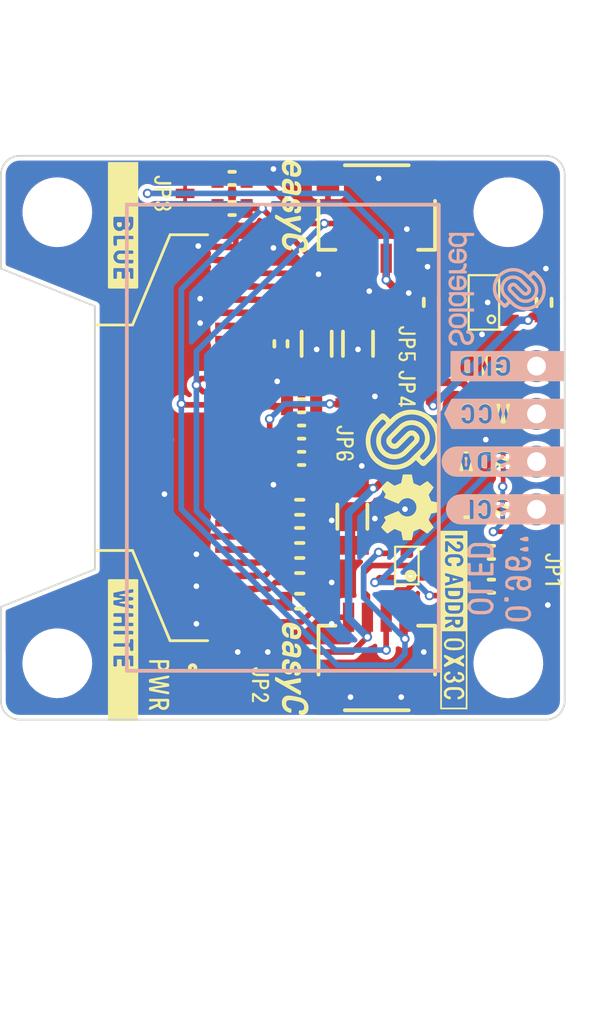
<source format=kicad_pcb>
(kicad_pcb (version 20210623) (generator pcbnew)
  (title_block (title "OLED 0.96\"") (date "2021-09-09") (rev "V1.1.1.") (company "SOLDERED") (comment 1 "333100"))
  (layers (0 "F.Cu" signal) (31 "B.Cu" signal) (34 "B.Paste" user) (35 "F.Paste" user) (36 "B.SilkS" user "B.Silkscreen") (37 "F.SilkS" user "F.Silkscreen") (38 "B.Mask" user) (39 "F.Mask" user) (44 "Edge.Cuts" user))
  (net 0 "")
  (net 1 "GND")
  (net 2 "Net-(C1-Pad2)")
  (net 3 "3V3")
  (net 4 "Net-(C5-Pad1)")
  (net 5 "Net-(C5-Pad2)")
  (net 6 "Net-(C7-Pad1)")
  (net 7 "Net-(C8-Pad1)")
  (net 8 "Net-(C8-Pad2)")
  (net 9 "Net-(C9-Pad1)")
  (net 10 "Net-(D1-Pad1)")
  (net 11 "SCL_PULL5")
  (net 12 "VCC")
  (net 13 "SDA_PULL5")
  (net 14 "Net-(JP2-Pad2)")
  (net 15 "SCL_PULL3,3")
  (net 16 "SDA_PULL3,3")
  (net 17 "Net-(U3-Pad15)")
  (net 18 "SCL3,3")
  (net 19 "SDA3,3")
  (net 20 "SDA5")
  (net 21 "SCL5")
  (net 22 "CS")
  (net 23 "RST")
  (net 24 "Net-(R9-Pad1)")
  (footprint "buzzardLabel" (layer "F.Cu") (at 136.3 103.7 -90)
    (fp_text reference "" (at 0 0 90) (layer "F.SilkS") (effects (font (size 1.27 1.27))))
    (fp_text value "" (at 0 0 90) (layer "F.SilkS") (effects (font (size 1.27 1.27))))
  )
  (footprint "e-radionica.com footprinti:HOLE_3.2mm" (layer "F.Cu") (at 154.7 128.7 -90)
    (fp_text reference "H1" hide)
    (fp_text value "HOLE_3.2mm" hide)
    (pad "" np_thru_hole circle locked (at 0 0 270) (size 3.2 3.2) (drill 3.2) (layers F&B.Cu *.Mask))
  )
  (footprint "buzzardLabel" (layer "F.Cu") (at 136.1 129.85 -90)
    (fp_text reference "" (at 0 0 90) (layer "F.SilkS") (effects (font (size 1.27 1.27))))
    (fp_text value "" (at 0 0 90) (layer "F.SilkS") (effects (font (size 1.27 1.27))))
  )
  (footprint "e-radionica.com footprinti:HOLE_3.2mm" (layer "F.Cu") (at 130.7 104.7 -90)
    (fp_text reference "H2" hide)
    (fp_text value "HOLE_3.2mm" hide)
    (pad "" np_thru_hole circle locked (at 0 0 270) (size 3.2 3.2) (drill 3.2) (layers F&B.Cu *.Mask))
  )
  (footprint "e-radionica.com footprinti:0603R" (layer "F.Cu") (at 153.8 124.6)
    (fp_text reference "R3")
    (fp_text value "10k")
    (pad "1" smd rect locked (at -0.775 0 90) (size 1 0.64) (layers "F.Cu" "F.Paste" "F.Mask") (net 20 "SDA5"))
    (pad "2" smd rect locked (at 0.775 0 90) (size 1 0.64) (layers "F.Cu" "F.Paste" "F.Mask") (net 13 "SDA_PULL5"))
  )
  (footprint "e-radionica.com footprinti:SMD_JUMPER" (layer "F.Cu") (at 146 115.2 -90)
    (fp_text reference "JP6")
    (fp_text value "SMD_JUMPER")
    (pad "1" smd rect (at -0.35 0 270) (size 0.5 1) (layers "F.Cu" "F.Mask") (net 17 "Net-(U3-Pad15)"))
    (pad "2" smd rect (at 0.35 0 270) (size 0.5 1) (layers "F.Cu" "F.Mask") (net 3 "3V3"))
  )
  (footprint "e-radionica.com footprinti:1206C" (layer "F.Cu") (at 144.5 111.7 -90)
    (fp_text reference "C7")
    (fp_text value "10u")
    (pad "1" smd rect locked (at -1.525 0) (size 1.75 1) (layers "F.Cu" "F.Paste" "F.Mask") (net 6 "Net-(C7-Pad1)"))
    (pad "2" smd rect locked (at 1.525 0) (size 1.75 1) (layers "F.Cu" "F.Paste" "F.Mask") (net 1 "GND"))
  )
  (footprint "e-radionica.com footprinti:0402R" (layer "F.Cu") (at 138.6 129.85 -90)
    (fp_text reference "R5")
    (fp_text value "2k2")
    (pad "1" smd rect locked (at -0.5 0) (size 0.64 0.54) (layers "F.Cu" "F.Paste" "F.Mask") (net 14 "Net-(JP2-Pad2)"))
    (pad "2" smd rect locked (at 0.5 0) (size 0.64 0.54) (layers "F.Cu" "F.Paste" "F.Mask") (net 10 "Net-(D1-Pad1)"))
  )
  (footprint "e-radionica.com footprinti:0603R" (layer "F.Cu") (at 142.6 111.7 -90)
    (fp_text reference "R9")
    (fp_text value "390k")
    (pad "1" smd rect locked (at -0.775 0) (size 1 0.64) (layers "F.Cu" "F.Paste" "F.Mask") (net 24 "Net-(R9-Pad1)"))
    (pad "2" smd rect locked (at 0.775 0) (size 1 0.64) (layers "F.Cu" "F.Paste" "F.Mask") (net 1 "GND"))
  )
  (footprint "e-radionica.com footprinti:FIDUCIAL_23" (layer "F.Cu") (at 135.3 116.8 -90)
    (fp_text reference "FD1")
    (fp_text value "FIDUCIAL")
    (fp_circle (center 0 0) (end 1 0) (layer "F.Cu") (width 0.2) (fill none))
    (pad "1" smd circle (at 0 0 270) (size 1 1) (layers "F.Cu" "F.Paste" "F.Mask") (clearance 1.1))
  )
  (footprint "e-radionica.com footprinti:HEADER_MALE_4X1" (layer "F.Cu") (at 156.2 116.7 -90)
    (fp_text reference "K3")
    (fp_text value "HEADER_MALE_4X1")
    (pad "1" thru_hole circle locked (at -3.81 0 270) (size 1.7 1.7) (drill 1) (layers *.Cu *.Mask) (net 1 "GND"))
    (pad "2" thru_hole circle locked (at -1.27 0 270) (size 1.7 1.7) (drill 1) (layers *.Cu *.Mask) (net 12 "VCC"))
    (pad "3" thru_hole circle locked (at 1.27 0 270) (size 1.7 1.7) (drill 1) (layers *.Cu *.Mask) (net 20 "SDA5"))
    (pad "4" thru_hole circle locked (at 3.81 0 270) (size 1.7 1.7) (drill 1) (layers *.Cu *.Mask) (net 21 "SCL5"))
  )
  (footprint "e-radionica.com footprinti:0402LED" (layer "F.Cu") (at 137.3 129.85 90)
    (fp_text reference "D1")
    (fp_text value "purple")
    (pad "1" smd rect locked (at -0.55 0 180) (size 0.75 0.45) (layers "F.Cu" "F.Paste" "F.Mask") (net 10 "Net-(D1-Pad1)"))
    (pad "2" smd rect locked (at 0.55 0 180) (size 0.75 0.45) (layers "F.Cu" "F.Paste" "F.Mask") (net 1 "GND"))
  )
  (footprint "e-radionica.com footprinti:0603R" (layer "F.Cu") (at 143.7 116.4)
    (fp_text reference "R7")
    (fp_text value "10k")
    (pad "1" smd rect locked (at -0.775 0 90) (size 1 0.64) (layers "F.Cu" "F.Paste" "F.Mask") (net 23 "RST"))
    (pad "2" smd rect locked (at 0.775 0 90) (size 1 0.64) (layers "F.Cu" "F.Paste" "F.Mask") (net 3 "3V3"))
  )
  (footprint "e-radionica.com footprinti:1206C" (layer "F.Cu") (at 146.4 120.9 -90)
    (fp_text reference "C3")
    (fp_text value "10u")
    (pad "1" smd rect locked (at -1.525 0) (size 1.75 1) (layers "F.Cu" "F.Paste" "F.Mask") (net 3 "3V3"))
    (pad "2" smd rect locked (at 1.525 0) (size 1.75 1) (layers "F.Cu" "F.Paste" "F.Mask") (net 1 "GND"))
  )
  (footprint "e-radionica.com footprinti:0603R" (layer "F.Cu") (at 143.7 115)
    (fp_text reference "R8")
    (fp_text value "10k")
    (pad "1" smd rect locked (at -0.775 0 90) (size 1 0.64) (layers "F.Cu" "F.Paste" "F.Mask") (net 1 "GND"))
    (pad "2" smd rect locked (at 0.775 0 90) (size 1 0.64) (layers "F.Cu" "F.Paste" "F.Mask") (net 17 "Net-(U3-Pad15)"))
  )
  (footprint "buzzardLabel" (layer "F.Cu") (at 158.1 115.43 180)
    (fp_text reference "" (at 0 0) (layer "F.SilkS") (effects (font (size 1.27 1.27))))
    (fp_text value "" (at 0 0) (layer "F.SilkS") (effects (font (size 1.27 1.27))))
  )
  (footprint "e-radionica.com footprinti:0603C" (layer "F.Cu") (at 156.6 109.5 -90)
    (fp_text reference "C1")
    (fp_text value "2u2")
    (pad "1" smd rect locked (at -0.73 0 270) (size 0.66 1) (layers "F.Cu" "F.Paste" "F.Mask") (net 1 "GND"))
    (pad "2" smd rect locked (at 0.73 0 270) (size 0.66 1) (layers "F.Cu" "F.Paste" "F.Mask") (net 2 "Net-(C1-Pad2)"))
  )
  (footprint "Soldered Graphics:Logo-Front-easyC-5mm" (layer "F.Cu") (at 143.2 129 -90)
    (fp_text reference "G***" hide)
    (fp_text value "LOGO" hide)
  )
  (footprint "e-radionica.com footprinti:0603R" (layer "F.Cu") (at 143.7 117.8)
    (fp_text reference "R6")
    (fp_text value "10k")
    (pad "1" smd rect locked (at -0.775 0 90) (size 1 0.64) (layers "F.Cu" "F.Paste" "F.Mask") (net 22 "CS"))
    (pad "2" smd rect locked (at 0.775 0 90) (size 1 0.64) (layers "F.Cu" "F.Paste" "F.Mask") (net 3 "3V3"))
  )
  (footprint "e-radionica.com footprinti:SOT-363" (layer "F.Cu") (at 149.3 123.5 180)
    (fp_text reference "U1")
    (fp_text value "NMOS-DUAL")
    (pad "1" smd rect (at -0.92 -0.65 270) (size 0.3 0.66) (layers "F.Cu" "F.Paste" "F.Mask") (net 19 "SDA3,3"))
    (pad "2" smd rect (at -0.92 0 270) (size 0.3 0.66) (layers "F.Cu" "F.Paste" "F.Mask") (net 3 "3V3"))
    (pad "3" smd rect (at -0.92 0.65 270) (size 0.3 0.66) (layers "F.Cu" "F.Paste" "F.Mask") (net 21 "SCL5"))
    (pad "4" smd rect (at 0.92 0.65 270) (size 0.3 0.66) (layers "F.Cu" "F.Paste" "F.Mask") (net 18 "SCL3,3"))
    (pad "5" smd rect (at 0.92 0 270) (size 0.3 0.66) (layers "F.Cu" "F.Paste" "F.Mask") (net 3 "3V3"))
    (pad "6" smd rect (at 0.92 -0.65 270) (size 0.3 0.66) (layers "F.Cu" "F.Paste" "F.Mask") (net 20 "SDA5"))
  )
  (footprint "e-radionica.com footprinti:SMD_JUMPER_3_PAD_TRACE" (layer "F.Cu") (at 155.9 123.7 -90)
    (fp_text reference "JP1")
    (fp_text value "SMD_JUMPER_3_PAD_TRACE")
    (fp_poly (pts (xy -0.25 0.05) (xy -0.45 0.05) (xy -0.45 -0.05) (xy -0.25 -0.05)) (layer "F.Cu") (width 0.1) (fill solid))
    (fp_poly (pts (xy 0.45 0.05) (xy 0.25 0.05) (xy 0.25 -0.05) (xy 0.45 -0.05)) (layer "F.Cu") (width 0.1) (fill solid))
    (pad "1" smd rect (at -0.7 0 90) (size 0.5 1) (layers "F.Cu" "F.Mask") (net 11 "SCL_PULL5"))
    (pad "2" smd custom (at 0 0 90) (size 0.5 1) (layers "F.Cu" "F.Mask") (net 12 "VCC") (options (clearance outline) (anchor rect)) (primitives))
    (pad "3" smd rect (at 0.7 0 90) (size 0.5 1) (layers "F.Cu" "F.Mask") (net 13 "SDA_PULL5"))
  )
  (footprint "Soldered Graphics:Symbol-Front-I2C-ADDR-Field" (layer "F.Cu") (at 151.8 126.4 -90)
    (fp_text reference "REF**" hide)
    (fp_text value "Symbol-Front-I2C-ADDR-Field" hide)
  )
  (footprint "e-radionica.com footprinti:0603C" (layer "F.Cu") (at 143.6 125.4)
    (fp_text reference "C8")
    (fp_text value "2u2")
    (pad "1" smd rect locked (at -0.73 0) (size 0.66 1) (layers "F.Cu" "F.Paste" "F.Mask") (net 7 "Net-(C8-Pad1)"))
    (pad "2" smd rect locked (at 0.73 0) (size 0.66 1) (layers "F.Cu" "F.Paste" "F.Mask") (net 8 "Net-(C8-Pad2)"))
  )
  (footprint "buzzardLabel" (layer "F.Cu") (at 158.1 120.51 180)
    (fp_text reference "" (at 0 0) (layer "F.SilkS") (effects (font (size 1.27 1.27))))
    (fp_text value "" (at 0 0) (layer "F.SilkS") (effects (font (size 1.27 1.27))))
  )
  (footprint "e-radionica.com footprinti:SMD_JUMPER" (layer "F.Cu") (at 150.5 111.7 90)
    (fp_text reference "JP5")
    (fp_text value "SMD_JUMPER")
    (pad "1" smd rect (at -0.35 0 90) (size 0.5 1) (layers "F.Cu" "F.Mask") (net 12 "VCC"))
    (pad "2" smd rect (at 0.35 0 90) (size 0.5 1) (layers "F.Cu" "F.Mask") (net 3 "3V3"))
  )
  (footprint "Soldered Graphics:Logo-Front-easyC-5mm" (layer "F.Cu") (at 143.2 104.4 -90)
    (fp_text reference "G***" hide)
    (fp_text value "LOGO" hide)
  )
  (footprint "e-radionica.com footprinti:easyC-connector" (layer "F.Cu") (at 147.7 105)
    (fp_text reference "K2")
    (fp_text value "easyC-SMD")
    (pad "1" smd rect locked (at -1.5 2.15) (size 0.6 1.55) (layers "F.Cu" "F.Paste" "F.Mask") (net 18 "SCL3,3"))
    (pad "2" smd rect locked (at -0.5 2.15) (size 0.6 1.55) (layers "F.Cu" "F.Paste" "F.Mask") (net 19 "SDA3,3"))
    (pad "3" smd rect locked (at 0.5 2.15) (size 0.6 1.55) (layers "F.Cu" "F.Paste" "F.Mask") (net 3 "3V3"))
    (pad "4" smd rect locked (at 1.5 2.15) (size 0.6 1.55) (layers "F.Cu" "F.Paste" "F.Mask") (net 1 "GND"))
    (pad "5" smd rect locked (at 2.6 -2.15) (size 1.2 1.8) (layers "F.Cu" "F.Paste" "F.Mask") (net 1 "GND"))
    (pad "5" smd rect locked (at -2.6 -2.15) (size 1.2 1.8) (layers "F.Cu" "F.Paste" "F.Mask") (net 1 "GND"))
  )
  (footprint "e-radionica.com footprinti:SMD-JUMPER-CONNECTED_TRACE_SLODERMASK" (layer "F.Cu") (at 150.5 114.1 90)
    (fp_text reference "JP4")
    (fp_text value "SMD-JUMPER-CONNECTED_TRACE_SLODERMASK")
    (fp_poly (pts (xy 0.1 0.1) (xy -0.1 0.1) (xy -0.1 -0.1) (xy 0.1 -0.1)) (layer "F.Cu") (width 0.1) (fill solid))
    (pad "1" smd rect (at -0.35 0 90) (size 0.5 1) (layers "F.Cu" "F.Mask") (net 2 "Net-(C1-Pad2)"))
    (pad "2" smd rect (at 0.35 0 90) (size 0.5 1) (layers "F.Cu" "F.Mask") (net 12 "VCC"))
  )
  (footprint "e-radionica.com footprinti:0603R" (layer "F.Cu") (at 140 102.9)
    (fp_text reference "R1")
    (fp_text value "10k")
    (pad "1" smd rect locked (at -0.775 0 90) (size 1 0.64) (layers "F.Cu" "F.Paste" "F.Mask") (net 16 "SDA_PULL3,3"))
    (pad "2" smd rect locked (at 0.775 0 90) (size 1 0.64) (layers "F.Cu" "F.Paste" "F.Mask") (net 19 "SDA3,3"))
  )
  (footprint "buzzardLabel" (layer "F.Cu") (at 157.1 123.7 -90)
    (fp_text reference "" (at 0 0 90) (layer "F.SilkS") (effects (font (size 1.27 1.27))))
    (fp_text value "" (at 0 0 90) (layer "F.SilkS") (effects (font (size 1.27 1.27))))
  )
  (footprint "e-radionica.com footprinti:easyC-connector" (layer "F.Cu") (at 147.7 128.4 180)
    (fp_text reference "K1")
    (fp_text value "easyC-SMD")
    (pad "1" smd rect locked (at -1.5 2.15 180) (size 0.6 1.55) (layers "F.Cu" "F.Paste" "F.Mask") (net 18 "SCL3,3"))
    (pad "2" smd rect locked (at -0.5 2.15 180) (size 0.6 1.55) (layers "F.Cu" "F.Paste" "F.Mask") (net 19 "SDA3,3"))
    (pad "3" smd rect locked (at 0.5 2.15 180) (size 0.6 1.55) (layers "F.Cu" "F.Paste" "F.Mask") (net 3 "3V3"))
    (pad "4" smd rect locked (at 1.5 2.15 180) (size 0.6 1.55) (layers "F.Cu" "F.Paste" "F.Mask") (net 1 "GND"))
    (pad "5" smd rect locked (at 2.6 -2.15 180) (size 1.2 1.8) (layers "F.Cu" "F.Paste" "F.Mask") (net 1 "GND"))
    (pad "5" smd rect locked (at -2.6 -2.15 180) (size 1.2 1.8) (layers "F.Cu" "F.Paste" "F.Mask") (net 1 "GND"))
  )
  (footprint "e-radionica.com footprinti:HOLE_3.2mm" (layer "F.Cu") (at 130.7 128.7 -90)
    (fp_text reference "H3" hide)
    (fp_text value "HOLE_3.2mm" hide)
    (pad "" np_thru_hole circle locked (at 0 0 270) (size 3.2 3.2) (drill 3.2) (layers F&B.Cu *.Mask))
  )
  (footprint "e-radionica.com footprinti:OLED_GME128x64_30p" (layer "F.Cu") (at 140.2 116.7 90)
    (fp_text reference "U3")
    (fp_text value "OLED_GME12864_30p")
    (pad "1" smd rect locked (at -10.15 0 90) (size 0.35 2.2) (layers "F.Cu" "F.Paste" "F.Mask") (net 1 "GND"))
    (pad "2" smd rect locked (at -9.45 0 90) (size 0.35 2.2) (layers "F.Cu" "F.Paste" "F.Mask") (net 8 "Net-(C8-Pad2)"))
    (pad "3" smd rect locked (at -8.75 0 90) (size 0.35 2.2) (layers "F.Cu" "F.Paste" "F.Mask") (net 7 "Net-(C8-Pad1)"))
    (pad "4" smd rect locked (at -8.05 0 90) (size 0.35 2.2) (layers "F.Cu" "F.Paste" "F.Mask") (net 5 "Net-(C5-Pad2)"))
    (pad "5" smd rect locked (at -7.35 0 90) (size 0.35 2.2) (layers "F.Cu" "F.Paste" "F.Mask") (net 4 "Net-(C5-Pad1)"))
    (pad "6" smd rect locked (at -6.65 0 90) (size 0.35 2.2) (layers "F.Cu" "F.Paste" "F.Mask") (net 3 "3V3"))
    (pad "7" smd rect locked (at -5.95 0 90) (size 0.35 2.2) (layers "F.Cu" "F.Paste" "F.Mask"))
    (pad "8" smd rect locked (at -5.25 0 90) (size 0.35 2.2) (layers "F.Cu" "F.Paste" "F.Mask") (net 1 "GND"))
    (pad "9" smd rect locked (at -4.55 0 90) (size 0.35 2.2) (layers "F.Cu" "F.Paste" "F.Mask") (net 3 "3V3"))
    (pad "10" smd rect locked (at -3.85 0 90) (size 0.35 2.2) (layers "F.Cu" "F.Paste" "F.Mask") (net 1 "GND"))
    (pad "11" smd rect locked (at -3.15 0 90) (size 0.35 2.2) (layers "F.Cu" "F.Paste" "F.Mask") (net 3 "3V3"))
    (pad "12" smd rect locked (at -2.45 0 90) (size 0.35 2.2) (layers "F.Cu" "F.Paste" "F.Mask") (net 1 "GND"))
    (pad "13" smd rect locked (at -1.75 0 90) (size 0.35 2.2) (layers "F.Cu" "F.Paste" "F.Mask") (net 22 "CS"))
    (pad "14" smd rect locked (at -1.05 0 90) (size 0.35 2.2) (layers "F.Cu" "F.Paste" "F.Mask") (net 23 "RST"))
    (pad "15" smd rect locked (at -0.35 0 90) (size 0.35 2.2) (layers "F.Cu" "F.Paste" "F.Mask") (net 17 "Net-(U3-Pad15)"))
    (pad "16" smd rect locked (at 0.35 0 90) (size 0.35 2.2) (layers "F.Cu" "F.Paste" "F.Mask"))
    (pad "17" smd rect locked (at 1.05 0 90) (size 0.35 2.2) (layers "F.Cu" "F.Paste" "F.Mask"))
    (pad "18" smd rect locked (at 1.75 0 90) (size 0.35 2.2) (layers "F.Cu" "F.Paste" "F.Mask") (net 18 "SCL3,3"))
    (pad "19" smd rect locked (at 2.45 0 90) (size 0.35 2.2) (layers "F.Cu" "F.Paste" "F.Mask") (net 19 "SDA3,3"))
    (pad "20" smd rect locked (at 3.15 0 90) (size 0.35 2.2) (layers "F.Cu" "F.Paste" "F.Mask") (net 19 "SDA3,3"))
    (pad "21" smd rect locked (at 3.85 0 90) (size 0.35 2.2) (layers "F.Cu" "F.Paste" "F.Mask"))
    (pad "22" smd rect locked (at 4.55 0 90) (size 0.35 2.2) (layers "F.Cu" "F.Paste" "F.Mask"))
    (pad "23" smd rect locked (at 5.25 0 90) (size 0.35 2.2) (layers "F.Cu" "F.Paste" "F.Mask"))
    (pad "24" smd rect locked (at 5.95 0 90) (size 0.35 2.2) (layers "F.Cu" "F.Paste" "F.Mask"))
    (pad "25" smd rect locked (at 6.65 0 90) (size 0.35 2.2) (layers "F.Cu" "F.Paste" "F.Mask"))
    (pad "26" smd rect locked (at 7.35 0 90) (size 0.35 2.2) (layers "F.Cu" "F.Paste" "F.Mask") (net 24 "Net-(R9-Pad1)"))
    (pad "27" smd rect locked (at 8.05 0 90) (size 0.35 2.2) (layers "F.Cu" "F.Paste" "F.Mask") (net 6 "Net-(C7-Pad1)"))
    (pad "28" smd rect locked (at 8.75 0 90) (size 0.35 2.2) (layers "F.Cu" "F.Paste" "F.Mask") (net 9 "Net-(C9-Pad1)"))
    (pad "29" smd rect locked (at 9.45 0 90) (size 0.35 2.2) (layers "F.Cu" "F.Paste" "F.Mask") (net 1 "GND"))
    (pad "30" smd rect locked (at 10.15 0 90) (size 0.35 2.2) (layers "F.Cu" "F.Paste" "F.Mask") (net 1 "GND"))
  )
  (footprint "buzzardLabel" (layer "F.Cu") (at 151.8 129 -90)
    (fp_text reference "" (at 0 0 90) (layer "F.SilkS") (effects (font (size 1.27 1.27))))
    (fp_text value "" (at 0 0 90) (layer "F.SilkS") (effects (font (size 1.27 1.27))))
  )
  (footprint "buzzardLabel" (layer "F.Cu") (at 149.3 111.7 -90)
    (fp_text reference "" (at 0 0 90) (layer "F.SilkS") (effects (font (size 1.27 1.27))))
    (fp_text value "" (at 0 0 90) (layer "F.SilkS") (effects (font (size 1.27 1.27))))
  )
  (footprint "Soldered Graphics:Logo-Back-SolderedVERTICAL-6mm" (layer "F.Cu") (at 154.1 108.8 -90)
    (fp_text reference "G***" hide)
    (fp_text value "LOGO" hide)
  )
  (footprint "e-radionica.com footprinti:0603R" (layer "F.Cu") (at 140 104.5 180)
    (fp_text reference "R4")
    (fp_text value "10k")
    (pad "1" smd rect locked (at -0.775 0 270) (size 1 0.64) (layers "F.Cu" "F.Paste" "F.Mask") (net 18 "SCL3,3"))
    (pad "2" smd rect locked (at 0.775 0 270) (size 1 0.64) (layers "F.Cu" "F.Paste" "F.Mask") (net 15 "SCL_PULL3,3"))
  )
  (footprint "Soldered Graphics:Logo-Front-Soldered-4mm" (layer "F.Cu") (at 149.1 116.8 90)
    (fp_text reference "G***" hide)
    (fp_text value "LOGO" hide)
  )
  (footprint "e-radionica.com footprinti:0603C" (layer "F.Cu") (at 143.6 121.9)
    (fp_text reference "C6")
    (fp_text value "100n")
    (pad "1" smd rect locked (at -0.73 0) (size 0.66 1) (layers "F.Cu" "F.Paste" "F.Mask") (net 3 "3V3"))
    (pad "2" smd rect locked (at 0.73 0) (size 0.66 1) (layers "F.Cu" "F.Paste" "F.Mask") (net 1 "GND"))
  )
  (footprint "Soldered Graphics:Logo-Front-OSH-3.5mm" (layer "F.Cu") (at 149.5 120.4 -90)
    (fp_text reference "G***" hide)
    (fp_text value "LOGO" hide)
  )
  (footprint "Soldered Graphics:Version1.1.1." (layer "F.Cu") (at 128.5 129.7 -90)
    (fp_text reference "REF**" hide)
    (fp_text value "Version1.1.1." hide)
    (fp_poly (pts (xy -1.15 0.35) (xy -1.1 0.35) (xy -1.07 0.31) (xy -0.92 -0.1) (xy -0.94 -0.13) (xy -0.99 -0.13) (xy -1.02 -0.1) (xy -1.11 0.16) (xy -1.13 0.21) (xy -1.15 0.17) (xy -1.24 -0.09) (xy -1.26 -0.13) (xy -1.32 -0.13) (xy -1.34 -0.1) (xy -1.18 0.31) (xy -1.15 0.35)) (layer "F.Cu") (width 0.01) (fill solid))
    (fp_poly (pts (xy 0.21 0.35) (xy 0.26 0.35) (xy 0.28 0.31) (xy 0.28 -0.35) (xy 0.24 -0.38) (xy 0.19 -0.38) (xy 0.15 -0.34) (xy 0.04 -0.22) (xy 0.02 -0.17) (xy 0.05 -0.16) (xy 0.14 -0.22) (xy 0.18 -0.23) (xy 0.18 0.31) (xy 0.21 0.35)) (layer "F.Cu") (width 0.01) (fill solid))
    (fp_poly (pts (xy -0.27 0.38) (xy -0.22 0.38) (xy -0.17 0.37) (xy -0.16 0.33) (xy -0.16 0.27) (xy -0.21 0.26) (xy -0.26 0.26) (xy -0.29 0.29) (xy -0.29 0.34) (xy -0.27 0.38)) (layer "F.Cu") (width 0.01) (fill solid))
    (fp_poly (pts (xy 0.91 0.35) (xy 0.96 0.35) (xy 0.98 0.31) (xy 0.98 -0.35) (xy 0.95 -0.38) (xy 0.89 -0.38) (xy 0.86 -0.34) (xy 0.74 -0.22) (xy 0.73 -0.17) (xy 0.76 -0.16) (xy 0.85 -0.22) (xy 0.89 -0.23) (xy 0.89 0.31) (xy 0.91 0.35)) (layer "F.Cu") (width 0.01) (fill solid))
    (fp_poly (pts (xy -0.5 0.35) (xy -0.44 0.35) (xy -0.43 0.31) (xy -0.43 -0.35) (xy -0.46 -0.38) (xy -0.52 -0.38) (xy -0.55 -0.34) (xy -0.67 -0.22) (xy -0.68 -0.17) (xy -0.65 -0.16) (xy -0.56 -0.22) (xy -0.52 -0.23) (xy -0.52 0.31) (xy -0.5 0.35)) (layer "F.Cu") (width 0.01) (fill solid))
    (fp_poly (pts (xy 1.14 0.38) (xy 1.19 0.38) (xy 1.24 0.37) (xy 1.25 0.33) (xy 1.25 0.27) (xy 1.2 0.26) (xy 1.15 0.26) (xy 1.12 0.29) (xy 1.12 0.34) (xy 1.14 0.38)) (layer "F.Cu") (width 0.01) (fill solid))
    (fp_poly (pts (xy 0.43 0.38) (xy 0.48 0.38) (xy 0.54 0.37) (xy 0.54 0.33) (xy 0.54 0.27) (xy 0.5 0.26) (xy 0.45 0.26) (xy 0.42 0.29) (xy 0.42 0.34) (xy 0.43 0.38)) (layer "F.Cu") (width 0.01) (fill solid))
  )
  (footprint "e-radionica.com footprinti:0603R" (layer "F.Cu") (at 153.8 122.8 180)
    (fp_text reference "R2")
    (fp_text value "10k")
    (pad "1" smd rect locked (at -0.775 0 270) (size 1 0.64) (layers "F.Cu" "F.Paste" "F.Mask") (net 11 "SCL_PULL5"))
    (pad "2" smd rect locked (at 0.775 0 270) (size 1 0.64) (layers "F.Cu" "F.Paste" "F.Mask") (net 21 "SCL5"))
  )
  (footprint "e-radionica.com footprinti:0603C" (layer "F.Cu") (at 150.6 109.5 -90)
    (fp_text reference "C2")
    (fp_text value "2u2")
    (pad "1" smd rect locked (at -0.73 0 270) (size 0.66 1) (layers "F.Cu" "F.Paste" "F.Mask") (net 1 "GND"))
    (pad "2" smd rect locked (at 0.73 0 270) (size 0.66 1) (layers "F.Cu" "F.Paste" "F.Mask") (net 3 "3V3"))
  )
  (footprint "buzzardLabel" (layer "F.Cu") (at 149.3 114.1 -90)
    (fp_text reference "" (at 0 0 90) (layer "F.SilkS") (effects (font (size 1.27 1.27))))
    (fp_text value "" (at 0 0 90) (layer "F.SilkS") (effects (font (size 1.27 1.27))))
  )
  (footprint "buzzardLabel" (layer "F.Cu") (at 158.1 112.89 180)
    (fp_text reference "" (at 0 0) (layer "F.SilkS") (effects (font (size 1.27 1.27))))
    (fp_text value "" (at 0 0) (layer "F.SilkS") (effects (font (size 1.27 1.27))))
  )
  (footprint "e-radionica.com footprinti:HOLE_3.2mm" (layer "F.Cu") (at 154.7 104.7 -90)
    (fp_text reference "H4" hide)
    (fp_text value "HOLE_3.2mm" hide)
    (pad "" np_thru_hole circle locked (at 0 0 270) (size 3.2 3.2) (drill 3.2) (layers F&B.Cu *.Mask))
  )
  (footprint "e-radionica.com footprinti:0603C" (layer "F.Cu") (at 143.6 120.4)
    (fp_text reference "C4")
    (fp_text value "1u")
    (pad "1" smd rect locked (at -0.73 0) (size 0.66 1) (layers "F.Cu" "F.Paste" "F.Mask") (net 3 "3V3"))
    (pad "2" smd rect locked (at 0.73 0) (size 0.66 1) (layers "F.Cu" "F.Paste" "F.Mask") (net 1 "GND"))
  )
  (footprint "buzzardLabel" (layer "F.Cu") (at 146 117 -90)
    (fp_text reference "" (at 0 0 90) (layer "F.SilkS") (effects (font (size 1.27 1.27))))
    (fp_text value "" (at 0 0 90) (layer "F.SilkS") (effects (font (size 1.27 1.27))))
  )
  (footprint "e-radionica.com footprinti:SMD-JUMPER-CONNECTED_TRACE_SLODERMASK" (layer "F.Cu") (at 140.3 129.85 90)
    (fp_text reference "JP2")
    (fp_text value "SMD-JUMPER-CONNECTED_TRACE_SLODERMASK")
    (fp_poly (pts (xy 0.1 0.1) (xy -0.1 0.1) (xy -0.1 -0.1) (xy 0.1 -0.1)) (layer "F.Cu") (width 0.1) (fill solid))
    (pad "1" smd rect (at -0.35 0 90) (size 0.5 1) (layers "F.Cu" "F.Mask") (net 3 "3V3"))
    (pad "2" smd rect (at 0.35 0 90) (size 0.5 1) (layers "F.Cu" "F.Mask") (net 14 "Net-(JP2-Pad2)"))
  )
  (footprint "buzzardLabel" (layer "F.Cu") (at 134.2 105.4 -90)
    (fp_text reference "" (at 0 0 90) (layer "F.SilkS") (effects (font (size 1.27 1.27))))
    (fp_text value "" (at 0 0 90) (layer "F.SilkS") (effects (font (size 1.27 1.27))))
  )
  (footprint "buzzardLabel" (layer "F.Cu") (at 134.2 128 -90)
    (fp_text reference "" (at 0 0 90) (layer "F.SilkS") (effects (font (size 1.27 1.27))))
    (fp_text value "" (at 0 0 90) (layer "F.SilkS") (effects (font (size 1.27 1.27))))
  )
  (footprint "buzzardLabel" (layer "F.Cu") (at 158.1 117.97 180)
    (fp_text reference "" (at 0 0) (layer "F.SilkS") (effects (font (size 1.27 1.27))))
    (fp_text value "" (at 0 0) (layer "F.SilkS") (effects (font (size 1.27 1.27))))
  )
  (footprint "e-radionica.com footprinti:0603C" (layer "F.Cu") (at 143.6 123.5)
    (fp_text reference "C5")
    (fp_text value "2u2")
    (pad "1" smd rect locked (at -0.73 0) (size 0.66 1) (layers "F.Cu" "F.Paste" "F.Mask") (net 4 "Net-(C5-Pad1)"))
    (pad "2" smd rect locked (at 0.73 0) (size 0.66 1) (layers "F.Cu" "F.Paste" "F.Mask") (net 5 "Net-(C5-Pad2)"))
  )
  (footprint "e-radionica.com footprinti:SOT-23-5" (layer "F.Cu") (at 153.4 109.5 180)
    (fp_text reference "U2")
    (fp_text value "SE5218")
    (pad "1" smd rect (at -1.3 -0.95 180) (size 1.1 0.6) (layers "F.Cu" "F.Paste" "F.Mask") (net 2 "Net-(C1-Pad2)"))
    (pad "2" smd rect (at -1.3 0 180) (size 1.1 0.6) (layers "F.Cu" "F.Paste" "F.Mask") (net 1 "GND"))
    (pad "3" smd rect (at -1.3 0.95 180) (size 1.1 0.6) (layers "F.Cu" "F.Paste" "F.Mask") (net 2 "Net-(C1-Pad2)"))
    (pad "4" smd rect (at 1.3 0.95 180) (size 1.1 0.6) (layers "F.Cu" "F.Paste" "F.Mask"))
    (pad "5" smd rect (at 1.3 -0.95 180) (size 1.1 0.6) (layers "F.Cu" "F.Paste" "F.Mask") (net 3 "3V3"))
  )
  (footprint "e-radionica.com footprinti:1206C" (layer "F.Cu") (at 146.7 111.7 -90)
    (fp_text reference "C9")
    (fp_text value "10u")
    (pad "1" smd rect locked (at -1.525 0) (size 1.75 1) (layers "F.Cu" "F.Paste" "F.Mask") (net 9 "Net-(C9-Pad1)"))
    (pad "2" smd rect locked (at 1.525 0) (size 1.75 1) (layers "F.Cu" "F.Paste" "F.Mask") (net 1 "GND"))
  )
  (footprint "e-radionica.com footprinti:SMD_JUMPER_3_PAD_TRACE" (layer "F.Cu") (at 137.5 103.7 90)
    (fp_text reference "JP3")
    (fp_text value "SMD_JUMPER_3_PAD_TRACE")
    (fp_poly (pts (xy 0.45 0.05) (xy 0.25 0.05) (xy 0.25 -0.05) (xy 0.45 -0.05)) (layer "F.Cu") (width 0.1) (fill solid))
    (fp_poly (pts (xy -0.25 0.05) (xy -0.45 0.05) (xy -0.45 -0.05) (xy -0.25 -0.05)) (layer "F.Cu") (width 0.1) (fill solid))
    (pad "1" smd rect (at -0.7 0 270) (size 0.5 1) (layers "F.Cu" "F.Mask") (net 15 "SCL_PULL3,3"))
    (pad "2" smd custom (at 0 0 270) (size 0.5 1) (layers "F.Cu" "F.Mask") (net 3 "3V3") (options (clearance outline) (anchor rect)) (primitives))
    (pad "3" smd rect (at 0.7 0 270) (size 0.5 1) (layers "F.Cu" "F.Mask") (net 16 "SDA_PULL3,3"))
  )
  (footprint "buzzardLabel" (layer "F.Cu") (at 141.5 129.85 -90)
    (fp_text reference "" (at 0 0 90) (layer "F.SilkS") (effects (font (size 1.27 1.27))))
    (fp_text value "" (at 0 0 90) (layer "F.SilkS") (effects (font (size 1.27 1.27))))
  )
  (footprint "buzzardLabel" (layer "B.Cu") (at 158.1 120.51 180)
    (fp_text reference "" (at 0 0) (layer "B.SilkS") (effects (font (size 1.27 1.27)) (justify mirror)))
    (fp_text value "" (at 0 0) (layer "B.SilkS") (effects (font (size 1.27 1.27)) (justify mirror)))
  )
  (footprint "buzzardLabel" (layer "B.Cu") (at 158.1 115.43 180)
    (fp_text reference "" (at 0 0) (layer "B.SilkS") (effects (font (size 1.27 1.27)) (justify mirror)))
    (fp_text value "" (at 0 0) (layer "B.SilkS") (effects (font (size 1.27 1.27)) (justify mirror)))
  )
  (footprint "buzzardLabel" (layer "B.Cu") (at 155.2 124.2 90)
    (fp_text reference "" (at 0 0 90) (layer "B.SilkS") (effects (font (size 1.27 1.27)) (justify mirror)))
    (fp_text value "" (at 0 0 90) (layer "B.SilkS") (effects (font (size 1.27 1.27)) (justify mirror)))
  )
  (footprint "buzzardLabel" (layer "B.Cu") (at 158.1 112.89 180)
    (fp_text reference "" (at 0 0) (layer "B.SilkS") (effects (font (size 1.27 1.27)) (justify mirror)))
    (fp_text value "" (at 0 0) (layer "B.SilkS") (effects (font (size 1.27 1.27)) (justify mirror)))
  )
  (footprint "buzzardLabel" (layer "B.Cu") (at 153.2 124.2 90)
    (fp_text reference "" (at 0 0 90) (layer "B.SilkS") (effects (font (size 1.27 1.27)) (justify mirror)))
    (fp_text value "" (at 0 0 90) (layer "B.SilkS") (effects (font (size 1.27 1.27)) (justify mirror)))
  )
  (footprint "buzzardLabel" (layer "B.Cu") (at 158.1 117.97 180)
    (fp_text reference "" (at 0 0) (layer "B.SilkS") (effects (font (size 1.27 1.27)) (justify mirror)))
    (fp_text value "" (at 0 0) (layer "B.SilkS") (effects (font (size 1.27 1.27)) (justify mirror)))
  )
  (gr_rect locked (start 134.4 104.3) (end 151 129.1) (layer "B.SilkS") (width 0.2) (fill none))
  (gr_line (start 138.7 127.5) (end 136.7 127.5) (layer "F.SilkS") (width 0.15))
  (gr_line (start 136.7 105.9) (end 134.7 110.7) (layer "F.SilkS") (width 0.15))
  (gr_line (start 138.7 105.9) (end 136.7 105.9) (layer "F.SilkS") (width 0.15))
  (gr_line (start 136.7 127.5) (end 134.7 122.7) (layer "F.SilkS") (width 0.15))
  (gr_line (start 134.7 110.7) (end 132.7 110.7) (layer "F.SilkS") (width 0.15))
  (gr_line (start 134.7 122.7) (end 132.7 122.7) (layer "F.SilkS") (width 0.15))
  (gr_arc (start 128.7 102.7) (end 127.7 102.7) (angle 90) (layer "Edge.Cuts") (width 0.1))
  (gr_line (start 156.7 131.7) (end 128.7 131.7) (layer "Edge.Cuts") (width 0.1))
  (gr_arc (start 128.7 130.7) (end 128.7 131.7) (angle 90) (layer "Edge.Cuts") (width 0.1))
  (gr_line (start 157.7 102.7) (end 157.7 130.7) (layer "Edge.Cuts") (width 0.1))
  (gr_arc (start 156.7 130.7) (end 157.7 130.7) (angle 90) (layer "Edge.Cuts") (width 0.1))
  (gr_line (start 132.7 123.7) (end 127.7 125.7) (layer "Edge.Cuts") (width 0.1))
  (gr_arc (start 156.7 102.7) (end 156.7 101.7) (angle 90) (layer "Edge.Cuts") (width 0.1))
  (gr_line (start 128.7 101.7) (end 156.7 101.7) (layer "Edge.Cuts") (width 0.1))
  (gr_line (start 132.7 109.7) (end 132.7 123.7) (layer "Edge.Cuts") (width 0.1))
  (gr_line (start 127.7 107.7) (end 127.7 102.7) (layer "Edge.Cuts") (width 0.1))
  (gr_line (start 132.7 109.7) (end 127.7 107.7) (layer "Edge.Cuts") (width 0.1))
  (gr_line (start 127.7 130.7) (end 127.7 125.7) (layer "Edge.Cuts") (width 0.1))
  (via (at 147.6 114.5) (size 0.5) (drill 0.3) (layers "F.Cu" "B.Cu") (net 1))
  (via (at 141.9 128.1) (size 0.5) (drill 0.3) (layers "F.Cu" "B.Cu") (net 1))
  (via (at 140.3 128.1) (size 0.5) (drill 0.3) (layers "F.Cu" "B.Cu") (net 1))
  (via (at 138.1 126.6) (size 0.5) (drill 0.3) (layers "F.Cu" "B.Cu") (net 1))
  (via (at 145.3 126.6) (size 0.5) (drill 0.3) (layers "F.Cu" "B.Cu") (net 1))
  (via (at 147.3 108.9) (size 0.5) (drill 0.3) (layers "F.Cu" "B.Cu") (net 1))
  (via (at 145.3 124.4) (size 0.5) (drill 0.3) (layers "F.Cu" "B.Cu") (net 1))
  (via (at 153.5 116.8) (size 0.5) (drill 0.3) (layers "F.Cu" "B.Cu") (net 1))
  (via (at 138.1 124.6) (size 0.5) (drill 0.3) (layers "F.Cu" "B.Cu") (net 1))
  (via (at 136.4 119.7) (size 0.5) (drill 0.3) (layers "F.Cu" "B.Cu") (net 1))
  (via (at 149.3 105.6) (size 0.5) (drill 0.3) (layers "F.Cu" "B.Cu") (net 1))
  (via (at 150.4 107.6) (size 0.5) (drill 0.3) (layers "F.Cu" "B.Cu") (net 1))
  (via (at 156.7 107.7) (size 0.5) (drill 0.3) (layers "F.Cu" "B.Cu") (net 1))
  (via (at 145.3 121.1) (size 0.5) (drill 0.3) (layers "F.Cu" "B.Cu") (net 1))
  (via (at 149.2 120.5) (size 0.5) (drill 0.3) (layers "F.Cu" "B.Cu") (net 1))
  (via (at 142.2 106.6) (size 0.5) (drill 0.3) (layers "F.Cu" "B.Cu") (net 1))
  (via (at 147.8 102.9) (size 0.5) (drill 0.3) (layers "F.Cu" "B.Cu") (net 1))
  (via (at 156.8 125.6) (size 0.5) (drill 0.3) (layers "F.Cu" "B.Cu") (net 1))
  (via (at 144.6 108) (size 0.5) (drill 0.3) (layers "F.Cu" "B.Cu") (net 1))
  (via (at 153.6 109.5) (size 0.5) (drill 0.3) (layers "F.Cu" "B.Cu") (net 1))
  (via (at 149.4 109) (size 0.5) (drill 0.3) (layers "F.Cu" "B.Cu") (net 1))
  (via (at 150.2 128.1) (size 0.5) (drill 0.3) (layers "F.Cu" "B.Cu") (net 1))
  (via (at 146.9 118.2) (size 0.5) (drill 0.3) (layers "F.Cu" "B.Cu") (net 1))
  (via (at 138.3 109.3) (size 0.5) (drill 0.3) (layers "F.Cu" "B.Cu") (net 1))
  (via (at 149 130.5) (size 0.5) (drill 0.3) (layers "F.Cu" "B.Cu") (net 1))
  (via (at 138.2 106.5) (size 0.5) (drill 0.3) (layers "F.Cu" "B.Cu") (net 1))
  (via (at 153.3 111.2) (size 0.5) (drill 0.3) (layers "F.Cu" "B.Cu") (net 1))
  (via (at 147.6 121) (size 0.5) (drill 0.3) (layers "F.Cu" "B.Cu") (net 1))
  (via (at 144.5 112) (size 0.5) (drill 0.3) (layers "F.Cu" "B.Cu") (net 1))
  (via (at 142.2 102.4) (size 0.5) (drill 0.3) (layers "F.Cu" "B.Cu") (net 1))
  (via (at 138.1 122.9) (size 0.5) (drill 0.3) (layers "F.Cu" "B.Cu") (net 1))
  (via (at 146.7 112) (size 0.5) (drill 0.3) (layers "F.Cu" "B.Cu") (net 1))
  (via (at 146.3 130.5) (size 0.5) (drill 0.3) (layers "F.Cu" "B.Cu") (net 1))
  (via (at 142.2 119.2) (size 0.5) (drill 0.3) (layers "F.Cu" "B.Cu") (net 1))
  (via (at 142.4 113.7) (size 0.5) (drill 0.3) (layers "F.Cu" "B.Cu") (net 1))
  (via (at 138.3 110.6) (size 0.5) (drill 0.3) (layers "F.Cu" "B.Cu") (net 1))
  (segment (start 155.97 110.23) (end 156.5 110.23) (width 0.4) (layer "F.Cu") (net 2))
  (segment (start 155.75 110.45) (end 154.7 110.45) (width 0.4) (layer "F.Cu") (net 2))
  (segment (start 150.5 114.8) (end 150.7 115) (width 0.4) (layer "F.Cu") (net 2))
  (segment (start 150.5 114.45) (end 150.5 114.8) (width 0.4) (layer "F.Cu") (net 2))
  (segment (start 155.75 110.45) (end 155.97 110.23) (width 0.4) (layer "F.Cu") (net 2))
  (segment (start 152.9 109.2) (end 152.9 109.8) (width 0.254) (layer "F.Cu") (net 2))
  (segment (start 153.55 110.45) (end 154.7 110.45) (width 0.254) (layer "F.Cu") (net 2))
  (segment (start 152.9 109.8) (end 153.55 110.45) (width 0.254) (layer "F.Cu") (net 2))
  (segment (start 154.9 108.55) (end 153.55 108.55) (width 0.254) (layer "F.Cu") (net 2))
  (segment (start 153.55 108.55) (end 152.9 109.2) (width 0.254) (layer "F.Cu") (net 2))
  (via (at 155.75 110.45) (size 0.5) (drill 0.3) (layers "F.Cu" "B.Cu") (net 2))
  (via (at 150.7 115) (size 0.5) (drill 0.3) (layers "F.Cu" "B.Cu") (net 2))
  (segment (start 155.25 110.45) (end 155.75 110.45) (width 0.4) (layer "B.Cu") (net 2))
  (segment (start 150.7 115) (end 155.25 110.45) (width 0.4) (layer "B.Cu") (net 2))
  (segment (start 140.2 123.35) (end 141.45 123.35) (width 0.3) (layer "F.Cu") (net 3))
  (segment (start 147.625 119.375) (end 148.6 118.4) (width 0.4) (layer "F.Cu") (net 3))
  (segment (start 141.55 119.85) (end 142.1 120.4) (width 0.3) (layer "F.Cu") (net 3))
  (segment (start 142.4 121.9) (end 142.87 121.9) (width 0.3) (layer "F.Cu") (net 3))
  (segment (start 150.5 111.35) (end 150.5 110.23) (width 0.4) (layer "F.Cu") (net 3))
  (segment (start 146 115.55) (end 146 115.7) (width 0.25) (layer "F.Cu") (net 3))
  (segment (start 147.2 126.25) (end 147.2 127.3) (width 0.4) (layer "F.Cu") (net 3))
  (segment (start 142.1 120.4) (end 142.87 120.4) (width 0.3) (layer "F.Cu") (net 3))
  (segment (start 146.4 128.1) (end 143.6 128.1) (width 0.3) (layer "F.Cu") (net 3))
  (segment (start 146 115.7) (end 145.3 116.4) (width 0.25) (layer "F.Cu") (net 3))
  (segment (start 142 122.8) (end 142 122.3) (width 0.3) (layer "F.Cu") (net 3))
  (segment (start 141.45 123.35) (end 142 122.8) (width 0.3) (layer "F.Cu") (net 3))
  (segment (start 147.4 123.5) (end 147 123.9) (width 0.3) (layer "F.Cu") (net 3))
  (segment (start 148.2 107.15) (end 148.2 108.3) (width 0.4) (layer "F.Cu") (net 3))
  (segment (start 150.5 110.23) (end 149.37 110.23) (width 0.4) (layer "F.Cu") (net 3))
  (segment (start 148.6 108.7) (end 148.6 111) (width 0.4) (layer "F.Cu") (net 3))
  (segment (start 147.2 127.3) (end 146.4 128.1) (width 0.3) (layer "F.Cu") (net 3))
  (segment (start 141.75 121.25) (end 142.6 120.4) (width 0.3) (layer "F.Cu") (net 3))
  (segment (start 145.3 116.4) (end 144.475 116.4) (width 0.25) (layer "F.Cu") (net 3))
  (segment (start 142.87 119.83) (end 143.4 119.3) (width 0.4) (layer "F.Cu") (net 3))
  (segment (start 151.88 110.23) (end 152.1 110.45) (width 0.4) (layer "F.Cu") (net 3))
  (segment (start 147 124.9) (end 147.2 125.1) (width 0.3) (layer "F.Cu") (net 3))
  (segment (start 144.475 117.8) (end 144.475 118.375) (width 0.4) (layer "F.Cu") (net 3))
  (segment (start 145.2 119.1) (end 145.475 119.375) (width 0.4) (layer "F.Cu") (net 3))
  (segment (start 142.87 121.9) (end 142.87 120.4) (width 0.4) (layer "F.Cu") (net 3))
  (segment (start 142 122.3) (end 142.4 121.9) (width 0.3) (layer "F.Cu") (net 3))
  (segment (start 140.2 121.25) (end 141.75 121.25) (width 0.3) (layer "F.Cu") (net 3))
  (segment (start 147 123.9) (end 147 124.9) (width 0.3) (layer "F.Cu") (net 3))
  (segment (start 148.6 118.4) (end 148.6 111) (width 0.4) (layer "F.Cu") (net 3))
  (segment (start 150.5 110.23) (end 151.88 110.23) (width 0.4) (layer "F.Cu") (net 3))
  (segment (start 149.37 110.23) (end 148.6 111) (width 0.4) (layer "F.Cu") (net 3))
  (segment (start 142.87 120.4) (end 142.87 119.83) (width 0.4) (layer "F.Cu") (net 3))
  (segment (start 144.475 118.375) (end 145.2 119.1) (width 0.4) (layer "F.Cu") (net 3))
  (segment (start 150.22 123.5) (end 148.38 123.5) (width 0.3) (layer "F.Cu") (net 3))
  (segment (start 145.4 119.3) (end 145.475 119.375) (width 0.4) (layer "F.Cu") (net 3))
  (segment (start 148.2 108.3) (end 148.6 108.7) (width 0.4) (layer "F.Cu") (net 3))
  (segment (start 143.4 119.3) (end 145.4 119.3) (width 0.4) (layer "F.Cu") (net 3))
  (segment (start 137.5 103.7) (end 135.5 103.7) (width 0.3) (layer "F.Cu") (net 3))
  (segment (start 142.6 120.4) (end 142.87 120.4) (width 0.3) (layer "F.Cu") (net 3))
  (segment (start 144.475 117.8) (end 144.475 116.4) (width 0.4) (layer "F.Cu") (net 3))
  (segment (start 140.2 119.85) (end 141.55 119.85) (width 0.3) (layer "F.Cu") (net 3))
  (segment (start 148.38 123.5) (end 147.4 123.5) (width 0.3) (layer "F.Cu") (net 3))
  (segment (start 143.6 128.1) (end 141.5 130.2) (width 0.3) (layer "F.Cu") (net 3))
  (segment (start 145.475 119.375) (end 147.625 119.375) (width 0.4) (layer "F.Cu") (net 3))
  (segment (start 147.2 125.1) (end 147.2 126.25) (width 0.3) (layer "F.Cu") (net 3))
  (segment (start 141.5 130.2) (end 140.3 130.2) (width 0.3) (layer "F.Cu") (net 3))
  (via (at 147.2 127.3) (size 0.5) (drill 0.3) (layers "F.Cu" "B.Cu") (net 3))
  (via (at 147.5 119.4) (size 0.5) (drill 0.3) (layers "F.Cu" "B.Cu") (net 3))
  (via (at 135.5 103.7) (size 0.5) (drill 0.3) (layers "F.Cu" "B.Cu") (net 3))
  (via (at 148.2 108.3) (size 0.5) (drill 0.3) (layers "F.Cu" "B.Cu") (net 3))
  (segment (start 148.2 105.9) (end 148.2 108.3) (width 0.3) (layer "B.Cu") (net 3))
  (segment (start 146 103.7) (end 148.2 105.9) (width 0.3) (layer "B.Cu") (net 3))
  (segment (start 146.2 126.3) (end 147.2 127.3) (width 0.4) (layer "B.Cu") (net 3))
  (segment (start 135.5 103.7) (end 146 103.7) (width 0.3) (layer "B.Cu") (net 3))
  (segment (start 147.5 119.4) (end 146.2 120.7) (width 0.4) (layer "B.Cu") (net 3))
  (segment (start 146.2 120.7) (end 146.2 126.3) (width 0.4) (layer "B.Cu") (net 3))
  (segment (start 141.75 124.05) (end 142.3 123.5) (width 0.3) (layer "F.Cu") (net 4))
  (segment (start 142.3 123.5) (end 142.87 123.5) (width 0.3) (layer "F.Cu") (net 4))
  (segment (start 140.2 124.05) (end 141.75 124.05) (width 0.3) (layer "F.Cu") (net 4))
  (segment (start 141.95 124.75) (end 142.3 124.4) (width 0.3) (layer "F.Cu") (net 5))
  (segment (start 143.43 124.4) (end 144.33 123.5) (width 0.3) (layer "F.Cu") (net 5))
  (segment (start 142.3 124.4) (end 143.43 124.4) (width 0.3) (layer "F.Cu") (net 5))
  (segment (start 140.2 124.75) (end 141.95 124.75) (width 0.3) (layer "F.Cu") (net 5))
  (segment (start 142.975 108.65) (end 144.5 110.175) (width 0.3) (layer "F.Cu") (net 6))
  (segment (start 140.2 108.65) (end 142.975 108.65) (width 0.3) (layer "F.Cu") (net 6))
  (segment (start 140.2 125.45) (end 142.82 125.45) (width 0.3) (layer "F.Cu") (net 7))
  (segment (start 142.82 125.45) (end 142.87 125.4) (width 0.3) (layer "F.Cu") (net 7))
  (segment (start 143.7 126.5) (end 144.33 125.87) (width 0.3) (layer "F.Cu") (net 8))
  (segment (start 142.1 126.5) (end 143.7 126.5) (width 0.3) (layer "F.Cu") (net 8))
  (segment (start 144.33 125.87) (end 144.33 125.4) (width 0.3) (layer "F.Cu") (net 8))
  (segment (start 141.75 126.15) (end 142.1 126.5) (width 0.3) (layer "F.Cu") (net 8))
  (segment (start 140.2 126.15) (end 141.75 126.15) (width 0.3) (layer "F.Cu") (net 8))
  (segment (start 140.2 107.95) (end 143.05 107.95) (width 0.3) (layer "F.Cu") (net 9))
  (segment (start 146.7 109.8) (end 146.7 110.175) (width 0.3) (layer "F.Cu") (net 9))
  (segment (start 144 108.9) (end 145.8 108.9) (width 0.3) (layer "F.Cu") (net 9))
  (segment (start 145.8 108.9) (end 146.7 109.8) (width 0.3) (layer "F.Cu") (net 9))
  (segment (start 143.05 107.95) (end 144 108.9) (width 0.3) (layer "F.Cu") (net 9))
  (segment (start 138.6 130.35) (end 137.35 130.35) (width 0.3) (layer "F.Cu") (net 10))
  (segment (start 137.35 130.35) (end 137.3 130.4) (width 0.3) (layer "F.Cu") (net 10))
  (segment (start 154.575 122.8) (end 155.7 122.8) (width 0.3) (layer "F.Cu") (net 11))
  (segment (start 155.7 122.8) (end 155.9 123) (width 0.3) (layer "F.Cu") (net 11))
  (segment (start 152.25 113.75) (end 150.5 113.75) (width 0.4) (layer "F.Cu") (net 12))
  (segment (start 156.6 122.2) (end 157.1 122.7) (width 0.254) (layer "F.Cu") (net 12))
  (segment (start 155.07 115.43) (end 156.2 115.43) (width 0.4) (layer "F.Cu") (net 12))
  (segment (start 154.948022 121.7) (end 155.448022 122.2) (width 0.254) (layer "F.Cu") (net 12))
  (segment (start 153.93 115.43) (end 155.07 115.43) (width 0.4) (layer "F.Cu") (net 12))
  (segment (start 157.1 123.5) (end 156.9 123.7) (width 0.254) (layer "F.Cu") (net 12))
  (segment (start 150.5 113.75) (end 150.5 112.05) (width 0.4) (layer "F.Cu") (net 12))
  (segment (start 152.25 113.75) (end 153.93 115.43) (width 0.4) (layer "F.Cu") (net 12))
  (segment (start 156.9 123.7) (end 155.9 123.7) (width 0.254) (layer "F.Cu") (net 12))
  (segment (start 157.1 122.7) (end 157.1 123.5) (width 0.254) (layer "F.Cu") (net 12))
  (segment (start 155.448022 122.2) (end 156.6 122.2) (width 0.254) (layer "F.Cu") (net 12))
  (segment (start 154.423911 116.076089) (end 155.07 115.43) (width 0.254) (layer "F.Cu") (net 12))
  (segment (start 153.9 121.7) (end 154.948022 121.7) (width 0.254) (layer "F.Cu") (net 12))
  (segment (start 154.4 119.3) (end 154.423911 119.276089) (width 0.254) (layer "F.Cu") (net 12))
  (segment (start 154.423911 119.276089) (end 154.423911 116.076089) (width 0.254) (layer "F.Cu") (net 12))
  (via (at 153.9 121.7) (size 0.5) (drill 0.3) (layers "F.Cu" "B.Cu") (net 12))
  (via (at 154.4 119.3) (size 0.5) (drill 0.3) (layers "F.Cu" "B.Cu") (net 12))
  (segment (start 154.4 121.2) (end 153.9 121.7) (width 0.254) (layer "B.Cu") (net 12))
  (segment (start 154.4 119.3) (end 154.4 121.2) (width 0.254) (layer "B.Cu") (net 12))
  (segment (start 154.575 124.6) (end 155.7 124.6) (width 0.3) (layer "F.Cu") (net 13))
  (segment (start 155.7 124.6) (end 155.9 124.4) (width 0.3) (layer "F.Cu") (net 13))
  (segment (start 140.15 129.35) (end 140.3 129.5) (width 0.3) (layer "F.Cu") (net 14))
  (segment (start 138.6 129.35) (end 140.15 129.35) (width 0.3) (layer "F.Cu") (net 14))
  (segment (start 137.6 104.5) (end 137.5 104.4) (width 0.3) (layer "F.Cu") (net 15))
  (segment (start 139.225 104.5) (end 137.6 104.5) (width 0.3) (layer "F.Cu") (net 15))
  (segment (start 139.225 102.9) (end 137.6 102.9) (width 0.3) (layer "F.Cu") (net 16))
  (segment (start 137.6 102.9) (end 137.5 103) (width 0.3) (layer "F.Cu") (net 16))
  (segment (start 145.2 114.9) (end 145.95 114.9) (width 0.3) (layer "F.Cu") (net 17))
  (segment (start 141.45 117.05) (end 142 116.5) (width 0.3) (layer "F.Cu") (net 17))
  (segment (start 140.2 117.05) (end 141.45 117.05) (width 0.3) (layer "F.Cu") (net 17))
  (segment (start 142 116.5) (end 142 115.7) (width 0.3) (layer "F.Cu") (net 17))
  (segment (start 144.575 114.9) (end 144.475 115) (width 0.3) (layer "F.Cu") (net 17))
  (segment (start 145.2 114.9) (end 144.575 114.9) (width 0.3) (layer "F.Cu") (net 17))
  (segment (start 145.95 114.9) (end 146 114.85) (width 0.3) (layer "F.Cu") (net 17))
  (via (at 145.2 114.9) (size 0.5) (drill 0.3) (layers "F.Cu" "B.Cu") (net 17))
  (via (at 142 115.7) (size 0.5) (drill 0.3) (layers "F.Cu" "B.Cu") (net 17))
  (segment (start 142.8 114.9) (end 145.2 114.9) (width 0.3) (layer "B.Cu") (net 17))
  (segment (start 142 115.7) (end 142.8 114.9) (width 0.3) (layer "B.Cu") (net 17))
  (segment (start 137.3 114.9) (end 137.35 114.95) (width 0.3) (layer "F.Cu") (net 18))
  (segment (start 141.6 104.5) (end 144.25 107.15) (width 0.3) (layer "F.Cu") (net 18))
  (segment (start 147.85 122.85) (end 148.38 122.85) (width 0.3) (layer "F.Cu") (net 18))
  (segment (start 140.775 104.5) (end 141.6 104.5) (width 0.3) (layer "F.Cu") (net 18))
  (segment (start 144.25 107.15) (end 146.2 107.15) (width 0.3) (layer "F.Cu") (net 18))
  (segment (start 137.35 114.95) (end 140.2 114.95) (width 0.3) (layer "F.Cu") (net 18))
  (segment (start 149.2 127.4) (end 149.2 126.25) (width 0.3) (layer "F.Cu") (net 18))
  (segment (start 147.8 122.8) (end 147.85 122.85) (width 0.3) (layer "F.Cu") (net 18))
  (via (at 147.8 122.8) (size 0.5) (drill 0.3) (layers "F.Cu" "B.Cu") (net 18))
  (via (at 149.2 127.4) (size 0.5) (drill 0.3) (layers "F.Cu" "B.Cu") (net 18))
  (via (at 141.6 104.5) (size 0.5) (drill 0.3) (layers "F.Cu" "B.Cu") (net 18))
  (via (at 137.3 114.9) (size 0.5) (drill 0.3) (layers "F.Cu" "B.Cu") (net 18))
  (segment (start 147 123.6) (end 147 125.2) (width 0.3) (layer "B.Cu") (net 18))
  (segment (start 149.2 128.2) (end 149.2 127.4) (width 0.3) (layer "B.Cu") (net 18))
  (segment (start 137.3 108.8) (end 141.6 104.5) (width 0.3) (layer "B.Cu") (net 18))
  (segment (start 137.3 114.9) (end 137.3 108.8) (width 0.3) (layer "B.Cu") (net 18))
  (segment (start 147.8 122.8) (end 147 123.6) (width 0.3) (layer "B.Cu") (net 18))
  (segment (start 148.6 128.8) (end 149.2 128.2) (width 0.3) (layer "B.Cu") (net 18))
  (segment (start 145.6 128.8) (end 148.6 128.8) (width 0.3) (layer "B.Cu") (net 18))
  (segment (start 147 125.2) (end 149.2 127.4) (width 0.3) (layer "B.Cu") (net 18))
  (segment (start 137.3 114.9) (end 137.3 120.5) (width 0.3) (layer "B.Cu") (net 18))
  (segment (start 137.3 120.5) (end 145.6 128.8) (width 0.3) (layer "B.Cu") (net 18))
  (segment (start 149.95 124.15) (end 150.22 124.15) (width 0.3) (layer "F.Cu") (net 19))
  (segment (start 140.775 102.9) (end 141.6 102.9) (width 0.3) (layer "F.Cu") (net 19))
  (segment (start 148.2 125.4) (end 148.8 124.8) (width 0.3) (layer "F.Cu") (net 19))
  (segment (start 141.6 102.9) (end 144 105.3) (width 0.3) (layer "F.Cu") (net 19))
  (segment (start 140.2 114.25) (end 138.45 114.25) (width 0.3) (layer "F.Cu") (net 19))
  (segment (start 138.1 113.9) (end 138.45 114.25) (width 0.3) (layer "F.Cu") (net 19))
  (segment (start 148.8 124.8) (end 149.3 124.8) (width 0.3) (layer "F.Cu") (net 19))
  (segment (start 146.2 105.3) (end 147.2 106.3) (width 0.3) (layer "F.Cu") (net 19))
  (segment (start 149.3 124.8) (end 149.95 124.15) (width 0.3) (layer "F.Cu") (net 19))
  (segment (start 138.35 113.55) (end 140.2 113.55) (width 0.3) (layer "F.Cu") (net 19))
  (segment (start 147.2 106.3) (end 147.2 107.15) (width 0.3) (layer "F.Cu") (net 19))
  (segment (start 148.2 126.25) (end 148.2 125.4) (width 0.3) (layer "F.Cu") (net 19))
  (segment (start 138.1 113.9) (end 138.1 113.8) (width 0.3) (layer "F.Cu") (net 19))
  (segment (start 148.2 128) (end 148.2 126.25) (width 0.3) (layer "F.Cu") (net 19))
  (segment (start 144.9 105.3) (end 146.2 105.3) (width 0.3) (layer "F.Cu") (net 19))
  (segment (start 138.1 113.8) (end 138.35 113.55) (width 0.3) (layer "F.Cu") (net 19))
  (segment (start 144 105.3) (end 144.9 105.3) (width 0.3) (layer "F.Cu") (net 19))
  (via (at 144.9 105.3) (size 0.5) (drill 0.3) (layers "F.Cu" "B.Cu") (net 19))
  (via (at 148.2 128) (size 0.5) (drill 0.3) (layers "F.Cu" "B.Cu") (net 19))
  (via (at 138.1 113.9) (size 0.5) (drill 0.3) (layers "F.Cu" "B.Cu") (net 19))
  (segment (start 145.506428 128) (end 138.1 120.593572) (width 0.3) (layer "B.Cu") (net 19))
  (segment (start 138.1 120.593572) (end 138.1 113.9) (width 0.3) (layer "B.Cu") (net 19))
  (segment (start 148.2 128) (end 145.506428 128) (width 0.3) (layer "B.Cu") (net 19))
  (segment (start 138.1 113.9) (end 138.1 112.1) (width 0.3) (layer "B.Cu") (net 19))
  (segment (start 138.1 112.1) (end 144.9 105.3) (width 0.3) (layer "B.Cu") (net 19))
  (segment (start 147.5995 124.4) (end 147.8495 124.15) (width 0.3) (layer "F.Cu") (net 20))
  (segment (start 147.8495 124.15) (end 148.38 124.15) (width 0.3) (layer "F.Cu") (net 20))
  (segment (start 150.5 125.1) (end 152.525 125.1) (width 0.3) (layer "F.Cu") (net 20))
  (segment (start 152.525 125.1) (end 153.025 124.6) (width 0.3) (layer "F.Cu") (net 20))
  (via (at 147.5995 124.4) (size 0.5) (drill 0.3) (layers "F.Cu" "B.Cu") (net 20))
  (via (at 150.5 125.1) (size 0.5) (drill 0.3) (layers "F.Cu" "B.Cu") (net 20))
  (segment (start 147.5995 124.4) (end 149.8 124.4) (width 0.3) (layer "B.Cu") (net 20))
  (segment (start 154.23 117.97) (end 147.8 124.4) (width 0.3) (layer "B.Cu") (net 20))
  (segment (start 156.2 117.97) (end 154.23 117.97) (width 0.3) (layer "B.Cu") (net 20))
  (segment (start 149.8 124.4) (end 150.5 125.1) (width 0.3) (layer "B.Cu") (net 20))
  (segment (start 147.8 124.4) (end 147.5995 124.4) (width 0.3) (layer "B.Cu") (net 20))
  (segment (start 152.975 122.85) (end 153.025 122.8) (width 0.3) (layer "F.Cu") (net 21))
  (segment (start 153.025 122.8) (end 153.025 121.475) (width 0.3) (layer "F.Cu") (net 21))
  (segment (start 150.22 122.85) (end 152.975 122.85) (width 0.3) (layer "F.Cu") (net 21))
  (segment (start 153.99 120.51) (end 156.2 120.51) (width 0.3) (layer "F.Cu") (net 21))
  (segment (start 153.025 121.475) (end 153.99 120.51) (width 0.3) (layer "F.Cu") (net 21))
  (segment (start 142.05 118.45) (end 140.2 118.45) (width 0.3) (layer "F.Cu") (net 22))
  (segment (start 142.925 117.8) (end 142.7 117.8) (width 0.3) (layer "F.Cu") (net 22))
  (segment (start 142.7 117.8) (end 142.05 118.45) (width 0.3) (layer "F.Cu") (net 22))
  (segment (start 142.9 116.4) (end 141.55 117.75) (width 0.3) (layer "F.Cu") (net 23))
  (segment (start 142.925 116.4) (end 142.9 116.4) (width 0.3) (layer "F.Cu") (net 23))
  (segment (start 141.55 117.75) (end 140.2 117.75) (width 0.3) (layer "F.Cu") (net 23))
  (segment (start 140.2 109.35) (end 141.95 109.35) (width 0.3) (layer "F.Cu") (net 24))
  (segment (start 141.95 109.35) (end 142.6 110) (width 0.3) (layer "F.Cu") (net 24))
  (segment (start 142.6 110) (end 142.6 110.925) (width 0.3) (layer "F.Cu") (net 24))
  (zone (net 1) (net_name "GND") (layers F&B.Cu) (connect_pads (clearance 0.254)) (min_thickness 0.254) (fill yes (thermal_gap 0.254) (thermal_bridge_width 0.3))
    (polygon (pts (xy 127.7 131.7) (xy 127.7 101.7) (xy 157.7 101.7) (xy 157.7 131.7)))
  )
)
</source>
